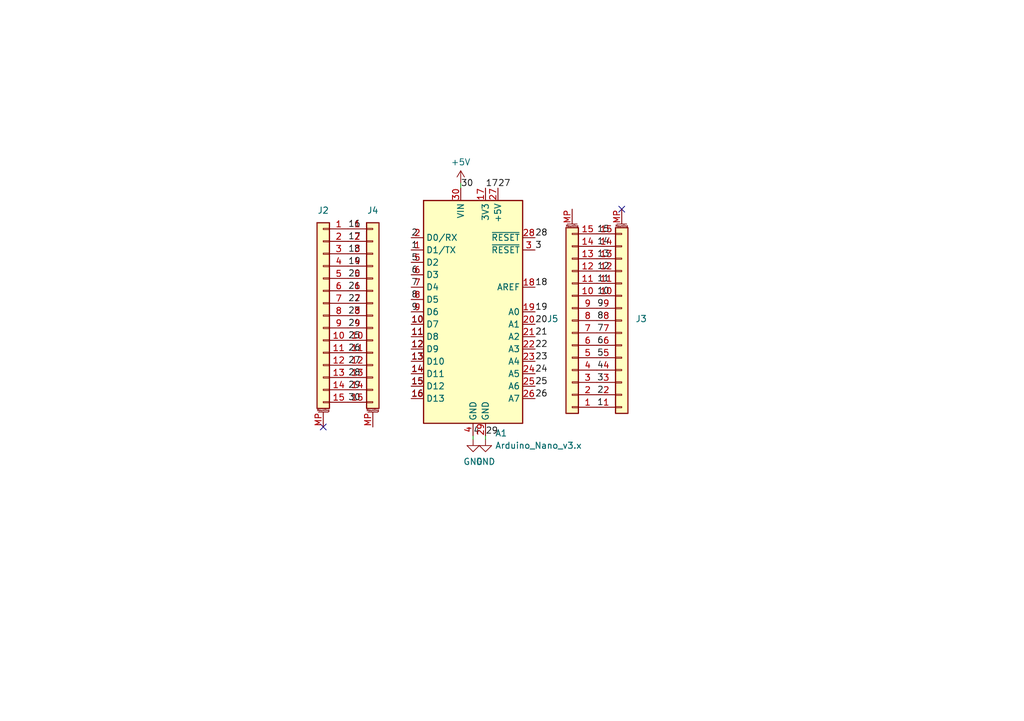
<source format=kicad_sch>
(kicad_sch (version 20230121) (generator eeschema)
  (paper "A5")
  (lib_symbols
    (symbol "Connector_Generic_MountingPin:Conn_01x15_MountingPin" (pin_names (offset 1.016) hide)
      (property "Reference" "J" (at 0 20.32 0))
      (property "Value" "Conn_01x15_MountingPin" (at 1.27 -20.32 0))
      (symbol "Conn_01x15_MountingPin_1_1"
        (rectangle (start -1.27 -17.653) (end 0 -17.907) (stroke (width 0.1524)))
        (rectangle (start -1.27 -15.113) (end 0 -15.367) (stroke (width 0.1524)))
        (rectangle (start -1.27 -12.573) (end 0 -12.827) (stroke (width 0.1524)))
        (rectangle (start -1.27 -10.033) (end 0 -10.287) (stroke (width 0.1524)))
        (rectangle (start -1.27 -7.493) (end 0 -7.747) (stroke (width 0.1524)))
        (rectangle (start -1.27 -4.953) (end 0 -5.207) (stroke (width 0.1524)))
        (rectangle (start -1.27 -2.413) (end 0 -2.667) (stroke (width 0.1524)))
        (rectangle (start -1.27 0.127) (end 0 -0.127) (stroke (width 0.1524)))
        (rectangle (start -1.27 2.667) (end 0 2.413) (stroke (width 0.1524)))
        (rectangle (start -1.27 5.207) (end 0 4.953) (stroke (width 0.1524)))
        (rectangle (start -1.27 7.747) (end 0 7.493) (stroke (width 0.1524)))
        (rectangle (start -1.27 10.287) (end 0 10.033) (stroke (width 0.1524)))
        (rectangle (start -1.27 12.827) (end 0 12.573) (stroke (width 0.1524)))
        (rectangle (start -1.27 15.367) (end 0 15.113) (stroke (width 0.1524)))
        (rectangle (start -1.27 17.907) (end 0 17.653) (stroke (width 0.1524)))
        (rectangle (start -1.27 19.05) (end 1.27 -19.05) (stroke (width 0.254)) (fill (type background)))
        (polyline (pts (xy -1.016 -19.812) (xy 1.016 -19.812)) (stroke (width 0.1524)))
        (text "Mounting" (at 0 -19.431 0) (effects (font (size 0.381 0.381))))
        (pin passive line (at -5.08 17.78 0) (length 3.81) (name "Pin_1") (number "1"))
        (pin passive line (at -5.08 -5.08 0) (length 3.81) (name "Pin_10") (number "10"))
        (pin passive line (at -5.08 -7.62 0) (length 3.81) (name "Pin_11") (number "11"))
        (pin passive line (at -5.08 -10.16 0) (length 3.81) (name "Pin_12") (number "12"))
        (pin passive line (at -5.08 -12.7 0) (length 3.81) (name "Pin_13") (number "13"))
        (pin passive line (at -5.08 -15.24 0) (length 3.81) (name "Pin_14") (number "14"))
        (pin passive line (at -5.08 -17.78 0) (length 3.81) (name "Pin_15") (number "15"))
        (pin passive line (at -5.08 15.24 0) (length 3.81) (name "Pin_2") (number "2"))
        (pin passive line (at -5.08 12.7 0) (length 3.81) (name "Pin_3") (number "3"))
        (pin passive line (at -5.08 10.16 0) (length 3.81) (name "Pin_4") (number "4"))
        (pin passive line (at -5.08 7.62 0) (length 3.81) (name "Pin_5") (number "5"))
        (pin passive line (at -5.08 5.08 0) (length 3.81) (name "Pin_6") (number "6"))
        (pin passive line (at -5.08 2.54 0) (length 3.81) (name "Pin_7") (number "7"))
        (pin passive line (at -5.08 0 0) (length 3.81) (name "Pin_8") (number "8"))
        (pin passive line (at -5.08 -2.54 0) (length 3.81) (name "Pin_9") (number "9"))
        (pin passive line (at 0 -22.86 90) (length 3.048) (name "MountPin") (number "MP"))
      )
    )
    (symbol "MCU_Module:Arduino_Nano_v3.x"
      (property "Reference" "A" (at -10.16 23.495 0))
      (property "Value" "Arduino_Nano_v3.x" (at 5.08 -24.13 0))
      (symbol "Arduino_Nano_v3.x_0_1"
        (rectangle (start -10.16 22.86) (end 10.16 -22.86) (stroke (width 0.254)) (fill (type background)))
      )
      (symbol "Arduino_Nano_v3.x_1_1"
        (pin bidirectional line (at -12.7 12.7 0) (length 2.54) (name "D1/TX") (number "1"))
        (pin bidirectional line (at -12.7 -2.54 0) (length 2.54) (name "D7") (number "10"))
        (pin bidirectional line (at -12.7 -5.08 0) (length 2.54) (name "D8") (number "11"))
        (pin bidirectional line (at -12.7 -7.62 0) (length 2.54) (name "D9") (number "12"))
        (pin bidirectional line (at -12.7 -10.16 0) (length 2.54) (name "D10") (number "13"))
        (pin bidirectional line (at -12.7 -12.7 0) (length 2.54) (name "D11") (number "14"))
        (pin bidirectional line (at -12.7 -15.24 0) (length 2.54) (name "D12") (number "15"))
        (pin bidirectional line (at -12.7 -17.78 0) (length 2.54) (name "D13") (number "16"))
        (pin power_out line (at 2.54 25.4 270) (length 2.54) (name "3V3") (number "17"))
        (pin input line (at 12.7 5.08 180) (length 2.54) (name "AREF") (number "18"))
        (pin bidirectional line (at 12.7 0 180) (length 2.54) (name "A0") (number "19"))
        (pin bidirectional line (at -12.7 15.24 0) (length 2.54) (name "D0/RX") (number "2"))
        (pin bidirectional line (at 12.7 -2.54 180) (length 2.54) (name "A1") (number "20"))
        (pin bidirectional line (at 12.7 -5.08 180) (length 2.54) (name "A2") (number "21"))
        (pin bidirectional line (at 12.7 -7.62 180) (length 2.54) (name "A3") (number "22"))
        (pin bidirectional line (at 12.7 -10.16 180) (length 2.54) (name "A4") (number "23"))
        (pin bidirectional line (at 12.7 -12.7 180) (length 2.54) (name "A5") (number "24"))
        (pin bidirectional line (at 12.7 -15.24 180) (length 2.54) (name "A6") (number "25"))
        (pin bidirectional line (at 12.7 -17.78 180) (length 2.54) (name "A7") (number "26"))
        (pin power_out line (at 5.08 25.4 270) (length 2.54) (name "+5V") (number "27"))
        (pin input line (at 12.7 15.24 180) (length 2.54) (name "~{RESET}") (number "28"))
        (pin power_in line (at 2.54 -25.4 90) (length 2.54) (name "GND") (number "29"))
        (pin input line (at 12.7 12.7 180) (length 2.54) (name "~{RESET}") (number "3"))
        (pin power_in line (at -2.54 25.4 270) (length 2.54) (name "VIN") (number "30"))
        (pin power_in line (at 0 -25.4 90) (length 2.54) (name "GND") (number "4"))
        (pin bidirectional line (at -12.7 10.16 0) (length 2.54) (name "D2") (number "5"))
        (pin bidirectional line (at -12.7 7.62 0) (length 2.54) (name "D3") (number "6"))
        (pin bidirectional line (at -12.7 5.08 0) (length 2.54) (name "D4") (number "7"))
        (pin bidirectional line (at -12.7 2.54 0) (length 2.54) (name "D5") (number "8"))
        (pin bidirectional line (at -12.7 0 0) (length 2.54) (name "D6") (number "9"))
      )
    )
    (symbol "power:+5V" (power) (pin_names (offset 0))
      (property "Value" "+5V" (at 0 3.556 0))
      (symbol "+5V_0_1"
        (polyline (pts (xy -0.762 1.27) (xy 0 2.54)))
        (polyline (pts (xy 0 0) (xy 0 2.54)))
        (polyline (pts (xy 0 2.54) (xy 0.762 1.27)))
      )
      (symbol "+5V_1_1"
        (pin power_in line (at 0 0 90) (length 0) hide (name "+5V") (number "1"))
      )
    )
    (symbol "power:GND" (power) (pin_names (offset 0))
      (property "Value" "GND" (at 0 -3.81 0))
      (symbol "GND_0_1"
        (polyline (pts (xy 0 0) (xy 0 -1.27) (xy 1.27 -1.27) (xy 0 -2.54) (xy -1.27 -1.27) (xy 0 -1.27)))
      )
      (symbol "GND_1_1"
        (pin power_in line (at 0 0 270) (length 0) hide (name "GND") (number "1"))
      )
    )
  )
  (no_connect (at 127.508 42.926))
  (no_connect (at 66.294 87.63))
  (wire (pts (xy 97.028 90.17) (xy 97.028 89.408)))
  (wire (pts (xy 94.488 37.592) (xy 94.488 38.608)))
  (wire (pts (xy 99.568 90.17) (xy 99.568 89.408)))
  (label "17" (at 99.568 38.608 0))
  (label "26" (at 71.374 72.39 0))
  (label "5" (at 84.328 53.848 0))
  (label "29" (at 71.374 80.01 0))
  (label "19" (at 71.374 54.61 0))
  (label "15" (at 84.328 79.248 0))
  (label "18" (at 71.374 52.07 0))
  (label "14" (at 84.328 76.708 0))
  (label "4" (at 122.428 75.946 0))
  (label "4" (at 97.028 89.408 0))
  (label "3" (at 109.728 51.308 0))
  (label "2" (at 84.328 48.768 0))
  (label "11" (at 122.428 58.166 0))
  (label "13" (at 122.428 53.086 0))
  (label "1" (at 122.428 83.566 0))
  (label "22" (at 109.728 71.628 0))
  (label "1" (at 84.328 51.308 0))
  (label "12" (at 84.328 71.628 0))
  (label "19" (at 109.728 64.008 0))
  (label "28" (at 109.728 48.768 0))
  (label "13" (at 84.328 74.168 0))
  (label "27" (at 71.374 74.93 0))
  (label "9" (at 122.428 63.246 0))
  (label "20" (at 71.374 57.15 0))
  (label "3" (at 122.428 78.486 0))
  (label "6" (at 84.328 56.388 0))
  (label "16" (at 71.374 46.99 0))
  (label "23" (at 71.374 64.77 0))
  (label "8" (at 122.428 65.786 0))
  (label "15" (at 122.428 48.006 0))
  (label "12" (at 122.428 55.626 0))
  (label "25" (at 71.374 69.85 0))
  (label "30" (at 71.374 82.55 0))
  (label "22" (at 71.374 62.23 0))
  (label "20" (at 109.728 66.548 0))
  (label "21" (at 71.374 59.69 0))
  (label "26" (at 109.728 81.788 0))
  (label "21" (at 109.728 69.088 0))
  (label "29" (at 99.568 89.408 0))
  (label "7" (at 122.428 68.326 0))
  (label "25" (at 109.728 79.248 0))
  (label "9" (at 84.328 64.008 0))
  (label "27" (at 102.108 38.608 0))
  (label "14" (at 122.428 50.546 0))
  (label "5" (at 122.428 73.406 0))
  (label "10" (at 122.428 60.706 0))
  (label "24" (at 71.374 67.31 0))
  (label "11" (at 84.328 69.088 0))
  (label "24" (at 109.728 76.708 0))
  (label "7" (at 84.328 58.928 0))
  (label "30" (at 94.488 38.608 0))
  (label "6" (at 122.428 70.866 0))
  (label "23" (at 109.728 74.168 0))
  (label "10" (at 84.328 66.548 0))
  (label "28" (at 71.374 77.47 0))
  (label "2" (at 122.428 81.026 0))
  (label "18" (at 109.728 58.928 0))
  (label "17" (at 71.374 49.53 0))
  (label "16" (at 84.328 81.788 0))
  (label "8" (at 84.328 61.468 0))
  (symbol (lib_id "Connector_Generic_MountingPin:Conn_01x15_MountingPin") (at 66.294 64.77 0) (mirror y) (unit 1)
    (property "Reference" "J2" (at 66.294 43.18 0))
    (property "Value" "Conn_01x15_MountingPin" (effects hide))
    (property "Footprint" "Connector_PinHeader_2.54mm:PinHeader_1x15_P2.54mm_Vertical" (effects hide))
  )
  (symbol (lib_id "power:+5V") (at 94.488 37.592 0) (unit 1)
    (property "Reference" "#PWR012" (effects hide))
    (property "Value" "+5V" (at 94.488 33.274 0))
  )
  (symbol (lib_id "power:GND") (at 97.028 90.17 0) (unit 1)
    (property "Reference" "#PWR010" (effects hide))
    (property "Value" "GND" (at 97.028 94.742 0))
  )
  (symbol (lib_id "power:GND") (at 99.568 90.17 0) (unit 1)
    (property "Reference" "#PWR011" (effects hide))
    (property "Value" "GND" (at 99.568 94.742 0))
  )
  (symbol (lib_id "Connector_Generic_MountingPin:Conn_01x15_MountingPin") (at 76.454 64.77 0) (unit 1)
    (property "Reference" "J4" (at 76.454 43.18 0))
    (property "Value" "Conn_01x15_MountingPin" (effects hide))
    (property "Footprint" "Connector_PinHeader_2.54mm:PinHeader_1x15_P2.54mm_Vertical" (effects hide))
  )
  (symbol (lib_id "MCU_Module:Arduino_Nano_v3.x") (at 97.028 64.008 0) (unit 1)
    (property "Reference" "A1" (at 101.5239 88.9 0) (effects (justify left)))
    (property "Value" "Arduino_Nano_v3.x" (at 101.5239 91.44 0) (effects (justify left)))
    (property "Footprint" "Arduino Nano 3D:Arduino_Nano" (effects hide))
    (property "Datasheet" "http://www.mouser.com/pdfdocs/Gravitech_Arduino_Nano3_0.pdf" (effects hide))
  )
  (symbol (lib_id "Connector_Generic_MountingPin:Conn_01x15_MountingPin") (at 117.348 65.786 180) (unit 1)
    (property "Reference" "J5" (at 114.554 65.4304 0) (effects (justify left)))
    (property "Value" "Conn_01x15_MountingPin" (effects hide))
    (property "Footprint" "Connector_PinHeader_2.54mm:PinHeader_1x15_P2.54mm_Vertical" (effects hide))
  )
  (symbol (lib_id "Connector_Generic_MountingPin:Conn_01x15_MountingPin") (at 127.508 65.786 0) (mirror x) (unit 1)
    (property "Reference" "J3" (at 130.302 65.4304 0) (effects (justify left)))
    (property "Value" "Conn_01x15_MountingPin" (effects hide))
    (property "Footprint" "Connector_PinHeader_2.54mm:PinHeader_1x15_P2.54mm_Vertical" (effects hide))
  )
)
</source>
